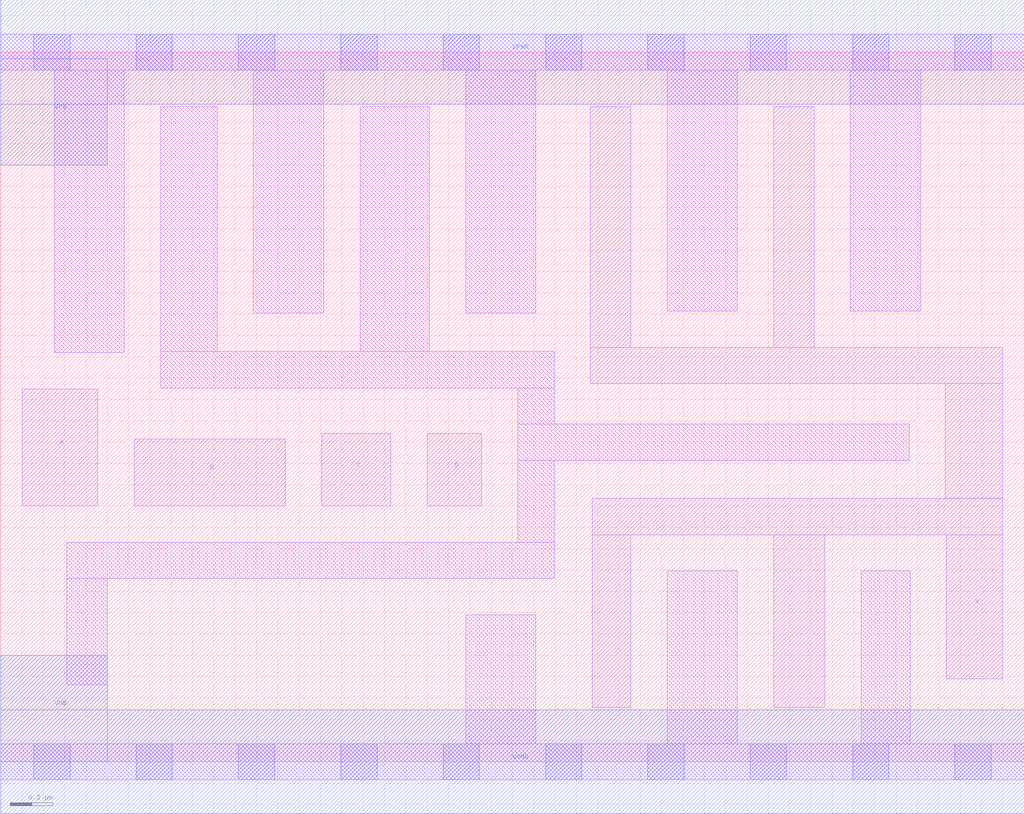
<source format=lef>
# Copyright 2020 The SkyWater PDK Authors
#
# Licensed under the Apache License, Version 2.0 (the "License");
# you may not use this file except in compliance with the License.
# You may obtain a copy of the License at
#
#     https://www.apache.org/licenses/LICENSE-2.0
#
# Unless required by applicable law or agreed to in writing, software
# distributed under the License is distributed on an "AS IS" BASIS,
# WITHOUT WARRANTIES OR CONDITIONS OF ANY KIND, either express or implied.
# See the License for the specific language governing permissions and
# limitations under the License.
#
# SPDX-License-Identifier: Apache-2.0

VERSION 5.5 ;
NAMESCASESENSITIVE ON ;
BUSBITCHARS "[]" ;
DIVIDERCHAR "/" ;
MACRO sky130_fd_sc_lp__and4_4
  CLASS CORE ;
  SOURCE USER ;
  ORIGIN  0.000000  0.000000 ;
  SIZE  4.800000 BY  3.330000 ;
  SYMMETRY X Y R90 ;
  SITE unit ;
  PIN A
    ANTENNAGATEAREA  0.315000 ;
    DIRECTION INPUT ;
    USE SIGNAL ;
    PORT
      LAYER li1 ;
        RECT 0.100000 1.200000 0.455000 1.750000 ;
    END
  END A
  PIN B
    ANTENNAGATEAREA  0.315000 ;
    DIRECTION INPUT ;
    USE SIGNAL ;
    PORT
      LAYER li1 ;
        RECT 0.625000 1.200000 1.335000 1.515000 ;
    END
  END B
  PIN C
    ANTENNAGATEAREA  0.315000 ;
    DIRECTION INPUT ;
    USE SIGNAL ;
    PORT
      LAYER li1 ;
        RECT 1.505000 1.200000 1.830000 1.540000 ;
    END
  END C
  PIN D
    ANTENNAGATEAREA  0.315000 ;
    DIRECTION INPUT ;
    USE SIGNAL ;
    PORT
      LAYER li1 ;
        RECT 2.000000 1.200000 2.255000 1.540000 ;
    END
  END D
  PIN X
    ANTENNADIFFAREA  1.176000 ;
    DIRECTION OUTPUT ;
    USE SIGNAL ;
    PORT
      LAYER li1 ;
        RECT 2.765000 1.775000 4.700000 1.945000 ;
        RECT 2.765000 1.945000 2.955000 3.075000 ;
        RECT 2.775000 0.255000 2.955000 1.065000 ;
        RECT 2.775000 1.065000 4.700000 1.235000 ;
        RECT 3.625000 0.255000 3.865000 1.065000 ;
        RECT 3.625000 1.945000 3.815000 3.075000 ;
        RECT 4.430000 1.235000 4.700000 1.775000 ;
        RECT 4.435000 0.390000 4.700000 1.065000 ;
    END
  END X
  PIN VGND
    DIRECTION INOUT ;
    USE GROUND ;
    PORT
      LAYER met1 ;
        RECT 0.000000 -0.245000 4.800000 0.245000 ;
    END
  END VGND
  PIN VNB
    DIRECTION INOUT ;
    USE GROUND ;
    PORT
      LAYER met1 ;
        RECT 0.000000 0.000000 0.500000 0.500000 ;
    END
  END VNB
  PIN VPB
    DIRECTION INOUT ;
    USE POWER ;
    PORT
      LAYER met1 ;
        RECT 0.000000 2.800000 0.500000 3.300000 ;
    END
  END VPB
  PIN VPWR
    DIRECTION INOUT ;
    USE POWER ;
    PORT
      LAYER met1 ;
        RECT 0.000000 3.085000 4.800000 3.575000 ;
    END
  END VPWR
  OBS
    LAYER li1 ;
      RECT 0.000000 -0.085000 4.800000 0.085000 ;
      RECT 0.000000  3.245000 4.800000 3.415000 ;
      RECT 0.250000  1.920000 0.580000 3.245000 ;
      RECT 0.310000  0.360000 0.500000 0.860000 ;
      RECT 0.310000  0.860000 2.595000 1.030000 ;
      RECT 0.750000  1.755000 2.595000 1.925000 ;
      RECT 0.750000  1.925000 1.015000 3.075000 ;
      RECT 1.185000  2.105000 1.515000 3.245000 ;
      RECT 1.685000  1.925000 2.010000 3.075000 ;
      RECT 2.180000  0.085000 2.510000 0.690000 ;
      RECT 2.180000  2.105000 2.510000 3.245000 ;
      RECT 2.425000  1.030000 2.595000 1.415000 ;
      RECT 2.425000  1.415000 4.260000 1.585000 ;
      RECT 2.425000  1.585000 2.595000 1.755000 ;
      RECT 3.125000  0.085000 3.455000 0.895000 ;
      RECT 3.125000  2.115000 3.455000 3.245000 ;
      RECT 3.985000  2.115000 4.315000 3.245000 ;
      RECT 4.035000  0.085000 4.265000 0.895000 ;
    LAYER mcon ;
      RECT 0.155000 -0.085000 0.325000 0.085000 ;
      RECT 0.155000  3.245000 0.325000 3.415000 ;
      RECT 0.635000 -0.085000 0.805000 0.085000 ;
      RECT 0.635000  3.245000 0.805000 3.415000 ;
      RECT 1.115000 -0.085000 1.285000 0.085000 ;
      RECT 1.115000  3.245000 1.285000 3.415000 ;
      RECT 1.595000 -0.085000 1.765000 0.085000 ;
      RECT 1.595000  3.245000 1.765000 3.415000 ;
      RECT 2.075000 -0.085000 2.245000 0.085000 ;
      RECT 2.075000  3.245000 2.245000 3.415000 ;
      RECT 2.555000 -0.085000 2.725000 0.085000 ;
      RECT 2.555000  3.245000 2.725000 3.415000 ;
      RECT 3.035000 -0.085000 3.205000 0.085000 ;
      RECT 3.035000  3.245000 3.205000 3.415000 ;
      RECT 3.515000 -0.085000 3.685000 0.085000 ;
      RECT 3.515000  3.245000 3.685000 3.415000 ;
      RECT 3.995000 -0.085000 4.165000 0.085000 ;
      RECT 3.995000  3.245000 4.165000 3.415000 ;
      RECT 4.475000 -0.085000 4.645000 0.085000 ;
      RECT 4.475000  3.245000 4.645000 3.415000 ;
  END
END sky130_fd_sc_lp__and4_4

</source>
